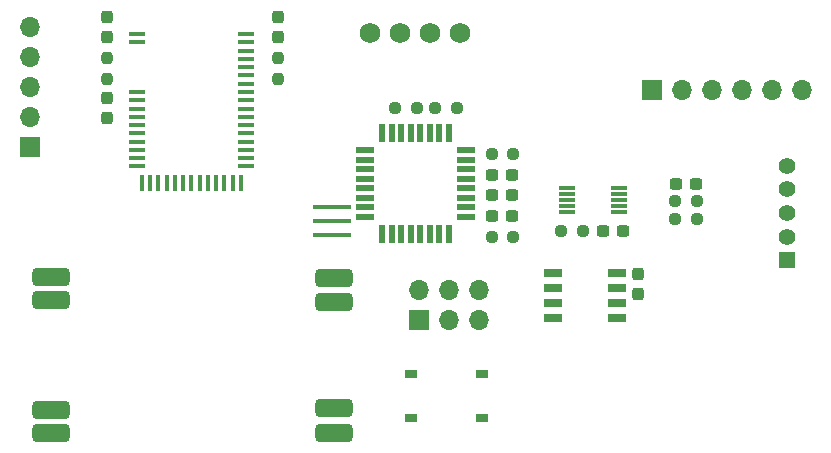
<source format=gts>
%TF.GenerationSoftware,KiCad,Pcbnew,(6.0.0)*%
%TF.CreationDate,2022-01-24T15:51:04+11:00*%
%TF.ProjectId,Battery Monitor,42617474-6572-4792-904d-6f6e69746f72,rev?*%
%TF.SameCoordinates,Original*%
%TF.FileFunction,Soldermask,Top*%
%TF.FilePolarity,Negative*%
%FSLAX46Y46*%
G04 Gerber Fmt 4.6, Leading zero omitted, Abs format (unit mm)*
G04 Created by KiCad (PCBNEW (6.0.0)) date 2022-01-24 15:51:04*
%MOMM*%
%LPD*%
G01*
G04 APERTURE LIST*
G04 Aperture macros list*
%AMRoundRect*
0 Rectangle with rounded corners*
0 $1 Rounding radius*
0 $2 $3 $4 $5 $6 $7 $8 $9 X,Y pos of 4 corners*
0 Add a 4 corners polygon primitive as box body*
4,1,4,$2,$3,$4,$5,$6,$7,$8,$9,$2,$3,0*
0 Add four circle primitives for the rounded corners*
1,1,$1+$1,$2,$3*
1,1,$1+$1,$4,$5*
1,1,$1+$1,$6,$7*
1,1,$1+$1,$8,$9*
0 Add four rect primitives between the rounded corners*
20,1,$1+$1,$2,$3,$4,$5,0*
20,1,$1+$1,$4,$5,$6,$7,0*
20,1,$1+$1,$6,$7,$8,$9,0*
20,1,$1+$1,$8,$9,$2,$3,0*%
G04 Aperture macros list end*
%ADD10RoundRect,0.381000X-1.219000X-0.381000X1.219000X-0.381000X1.219000X0.381000X-1.219000X0.381000X0*%
%ADD11R,1.400000X0.400000*%
%ADD12R,0.400000X1.400000*%
%ADD13R,1.500000X0.650000*%
%ADD14RoundRect,0.237500X-0.250000X-0.237500X0.250000X-0.237500X0.250000X0.237500X-0.250000X0.237500X0*%
%ADD15C,1.400000*%
%ADD16R,1.400000X1.400000*%
%ADD17RoundRect,0.237500X0.237500X-0.250000X0.237500X0.250000X-0.237500X0.250000X-0.237500X-0.250000X0*%
%ADD18RoundRect,0.237500X0.300000X0.237500X-0.300000X0.237500X-0.300000X-0.237500X0.300000X-0.237500X0*%
%ADD19RoundRect,0.237500X0.250000X0.237500X-0.250000X0.237500X-0.250000X-0.237500X0.250000X-0.237500X0*%
%ADD20R,3.200000X0.400000*%
%ADD21R,1.700000X1.700000*%
%ADD22O,1.700000X1.700000*%
%ADD23RoundRect,0.237500X-0.300000X-0.237500X0.300000X-0.237500X0.300000X0.237500X-0.300000X0.237500X0*%
%ADD24RoundRect,0.237500X-0.237500X0.287500X-0.237500X-0.287500X0.237500X-0.287500X0.237500X0.287500X0*%
%ADD25R,1.000000X0.700000*%
%ADD26RoundRect,0.237500X-0.237500X0.300000X-0.237500X-0.300000X0.237500X-0.300000X0.237500X0.300000X0*%
%ADD27R,1.600000X0.550000*%
%ADD28R,0.550000X1.600000*%
%ADD29R,1.400000X0.300000*%
%ADD30C,1.750000*%
G04 APERTURE END LIST*
D10*
X134100000Y-107896000D03*
X134100000Y-109860000D03*
X134100000Y-119140000D03*
X134100000Y-121104000D03*
X158100000Y-121141000D03*
X158100000Y-119000000D03*
X158100000Y-110000000D03*
X158100000Y-108000000D03*
D11*
X150625000Y-87350000D03*
X150625000Y-88050000D03*
X150625000Y-88750000D03*
X150625000Y-89450000D03*
X150625000Y-90150000D03*
X150625000Y-90850000D03*
X150625000Y-91550000D03*
X150625000Y-92250000D03*
X150625000Y-92950000D03*
X150625000Y-93650000D03*
X150625000Y-94350000D03*
X150625000Y-95050000D03*
X150625000Y-95750000D03*
X150625000Y-96450000D03*
X150625000Y-97150000D03*
X150625000Y-97850000D03*
X150625000Y-98550000D03*
D12*
X150225000Y-99950000D03*
X149525000Y-99950000D03*
X148825000Y-99950000D03*
X148125000Y-99950000D03*
X147425000Y-99950000D03*
X146725000Y-99950000D03*
X146025000Y-99950000D03*
X145325000Y-99950000D03*
X144625000Y-99950000D03*
X143925000Y-99950000D03*
X143225000Y-99950000D03*
X142525000Y-99950000D03*
X141825000Y-99950000D03*
D11*
X141425000Y-98550000D03*
X141425000Y-97850000D03*
X141425000Y-97150000D03*
X141425000Y-96450000D03*
X141425000Y-95750000D03*
X141425000Y-95050000D03*
X141425000Y-94350000D03*
X141425000Y-93650000D03*
X141425000Y-92950000D03*
X141425000Y-92250000D03*
X141425000Y-88050000D03*
X141425000Y-87350000D03*
D13*
X176650000Y-107595000D03*
X176650000Y-108865000D03*
X176650000Y-110135000D03*
X176650000Y-111405000D03*
X182050000Y-111405000D03*
X182050000Y-110135000D03*
X182050000Y-108865000D03*
X182050000Y-107595000D03*
D14*
X187000000Y-101500000D03*
X188825000Y-101500000D03*
D15*
X196450000Y-98500000D03*
X196450000Y-100500000D03*
X196450000Y-102500000D03*
X196450000Y-104500000D03*
D16*
X196450000Y-106500000D03*
D17*
X153350000Y-91162500D03*
X153350000Y-89337500D03*
D18*
X180887500Y-104000000D03*
X182612500Y-104000000D03*
D19*
X173262500Y-97500000D03*
X171437500Y-97500000D03*
D20*
X157954000Y-104371000D03*
X157954000Y-103171000D03*
X157954000Y-101971000D03*
D21*
X165325000Y-111525000D03*
D22*
X165325000Y-108985000D03*
X167865000Y-111525000D03*
X167865000Y-108985000D03*
X170405000Y-111525000D03*
X170405000Y-108985000D03*
D14*
X165116500Y-93571000D03*
X163291500Y-93571000D03*
X187000000Y-103000000D03*
X188825000Y-103000000D03*
D23*
X171487500Y-99250000D03*
X173212500Y-99250000D03*
D21*
X132350000Y-96870000D03*
D22*
X132350000Y-94330000D03*
X132350000Y-91790000D03*
X132350000Y-89250000D03*
X132350000Y-86710000D03*
D24*
X153350000Y-85875000D03*
X153350000Y-87625000D03*
D23*
X171487500Y-101000000D03*
X173212500Y-101000000D03*
D19*
X179162500Y-104000000D03*
X177337500Y-104000000D03*
D23*
X187050000Y-100000000D03*
X188775000Y-100000000D03*
D19*
X168516500Y-93571000D03*
X166691500Y-93571000D03*
D25*
X164600000Y-116150000D03*
X170600000Y-116150000D03*
X164600000Y-119850000D03*
X170600000Y-119850000D03*
D14*
X171437500Y-104500000D03*
X173262500Y-104500000D03*
D26*
X138850000Y-92750000D03*
X138850000Y-94475000D03*
D27*
X160750000Y-97200000D03*
X160750000Y-98000000D03*
X160750000Y-98800000D03*
X160750000Y-99600000D03*
X160750000Y-100400000D03*
X160750000Y-101200000D03*
X160750000Y-102000000D03*
X160750000Y-102800000D03*
D28*
X162200000Y-104250000D03*
X163000000Y-104250000D03*
X163800000Y-104250000D03*
X164600000Y-104250000D03*
X165400000Y-104250000D03*
X166200000Y-104250000D03*
X167000000Y-104250000D03*
X167800000Y-104250000D03*
D27*
X169250000Y-102800000D03*
X169250000Y-102000000D03*
X169250000Y-101200000D03*
X169250000Y-100400000D03*
X169250000Y-99600000D03*
X169250000Y-98800000D03*
X169250000Y-98000000D03*
X169250000Y-97200000D03*
D28*
X167800000Y-95750000D03*
X167000000Y-95750000D03*
X166200000Y-95750000D03*
X165400000Y-95750000D03*
X164600000Y-95750000D03*
X163800000Y-95750000D03*
X163000000Y-95750000D03*
X162200000Y-95750000D03*
D26*
X183850000Y-107637500D03*
X183850000Y-109362500D03*
D23*
X171487500Y-102750000D03*
X173212500Y-102750000D03*
D24*
X138850000Y-85875000D03*
X138850000Y-87625000D03*
D29*
X182200000Y-100400000D03*
X182200000Y-100900000D03*
X182200000Y-101400000D03*
X182200000Y-101900000D03*
X182200000Y-102400000D03*
X177800000Y-102400000D03*
X177800000Y-101900000D03*
X177800000Y-101400000D03*
X177800000Y-100900000D03*
X177800000Y-100400000D03*
D21*
X185000000Y-92125000D03*
D22*
X187540000Y-92125000D03*
X190080000Y-92125000D03*
X192620000Y-92125000D03*
X195160000Y-92125000D03*
X197700000Y-92125000D03*
D17*
X138850000Y-91162500D03*
X138850000Y-89337500D03*
D30*
X168810000Y-87260000D03*
X166270000Y-87260000D03*
X163730000Y-87260000D03*
X161190000Y-87260000D03*
M02*

</source>
